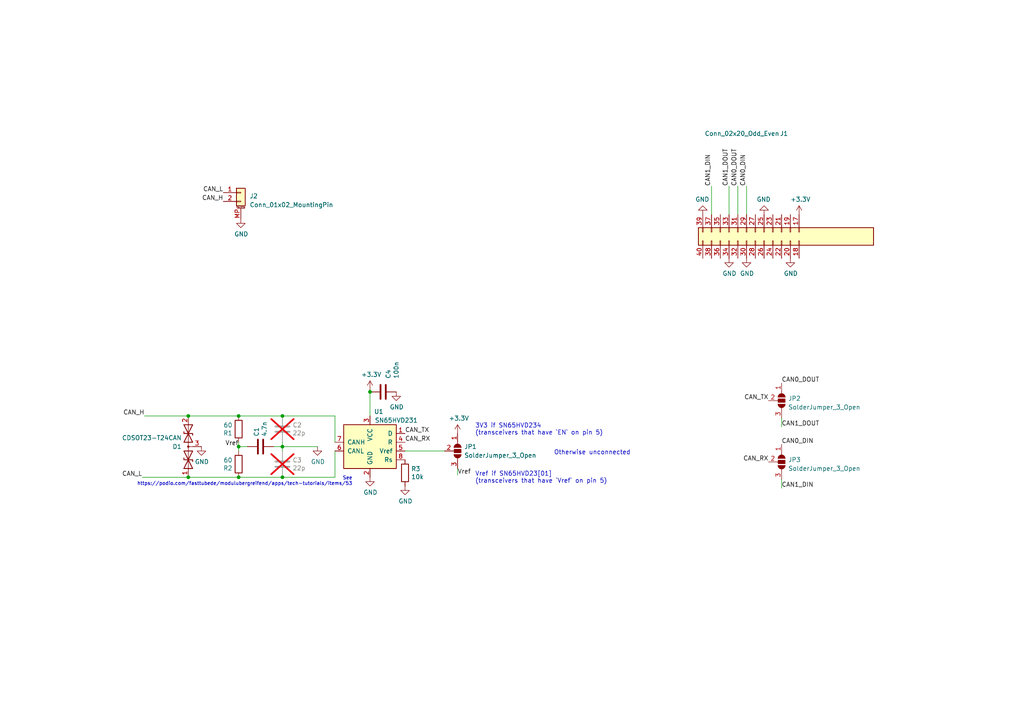
<source format=kicad_sch>
(kicad_sch (version 20230121) (generator eeschema)
  (paper "A4")
  (lib_symbols
    (symbol "Connector_Generic:Conn_02x20_Odd_Even" (pin_names (offset 1.016) hide)
      (property "Reference" "J1" (at -28.575 -0.635 90))
      (property "Value" "Conn_02x20_Odd_Even" (at -28.575 -3.175 90))
      (symbol "Conn_02x20_Odd_Even_1_1"
        (rectangle (start -1.27 -25.273) (end 0 -25.527) (stroke (width 0.1524)))
        (rectangle (start -1.27 -22.733) (end 0 -22.987) (stroke (width 0.1524)))
        (rectangle (start -1.27 -20.193) (end 0 -20.447) (stroke (width 0.1524)))
        (rectangle (start -1.27 -17.653) (end 0 -17.907) (stroke (width 0.1524)))
        (rectangle (start -1.27 -15.113) (end 0 -15.367) (stroke (width 0.1524)))
        (rectangle (start -1.27 -12.573) (end 0 -12.827) (stroke (width 0.1524)))
        (rectangle (start -1.27 -10.033) (end 0 -10.287) (stroke (width 0.1524)))
        (rectangle (start -1.27 -7.493) (end 0 -7.747) (stroke (width 0.1524)))
        (rectangle (start -1.27 -4.953) (end 0 -5.207) (stroke (width 0.1524)))
        (rectangle (start -1.27 -2.413) (end 0 -2.667) (stroke (width 0.1524)))
        (rectangle (start -1.27 0.127) (end 0 -0.127) (stroke (width 0.1524)))
        (rectangle (start -1.27 2.667) (end 0 2.413) (stroke (width 0.1524)))
        (rectangle (start -1.27 24.13) (end 3.81 -26.67) (stroke (width 0.254)) (fill (type background)))
        (rectangle (start 3.81 -25.273) (end 2.54 -25.527) (stroke (width 0.1524)))
        (rectangle (start 3.81 -22.733) (end 2.54 -22.987) (stroke (width 0.1524)))
        (rectangle (start 3.81 -20.193) (end 2.54 -20.447) (stroke (width 0.1524)))
        (rectangle (start 3.81 -17.653) (end 2.54 -17.907) (stroke (width 0.1524)))
        (rectangle (start 3.81 -15.113) (end 2.54 -15.367) (stroke (width 0.1524)))
        (rectangle (start 3.81 -12.573) (end 2.54 -12.827) (stroke (width 0.1524)))
        (rectangle (start 3.81 -10.033) (end 2.54 -10.287) (stroke (width 0.1524)))
        (rectangle (start 3.81 -7.493) (end 2.54 -7.747) (stroke (width 0.1524)))
        (rectangle (start 3.81 -4.953) (end 2.54 -5.207) (stroke (width 0.1524)))
        (rectangle (start 3.81 -2.413) (end 2.54 -2.667) (stroke (width 0.1524)))
        (rectangle (start 3.81 0.127) (end 2.54 -0.127) (stroke (width 0.1524)))
        (rectangle (start 3.81 2.667) (end 2.54 2.413) (stroke (width 0.1524)))
        (pin passive line (at -5.08 2.54 0) (length 3.81) (name "Pin_17") (number "17"))
        (pin passive line (at 7.62 2.54 180) (length 3.81) (name "Pin_18") (number "18"))
        (pin passive line (at -5.08 0 0) (length 3.81) (name "Pin_19") (number "19"))
        (pin passive line (at 7.62 0 180) (length 3.81) (name "Pin_20") (number "20"))
        (pin passive line (at -5.08 -2.54 0) (length 3.81) (name "Pin_21") (number "21"))
        (pin passive line (at 7.62 -2.54 180) (length 3.81) (name "Pin_22") (number "22"))
        (pin passive line (at -5.08 -5.08 0) (length 3.81) (name "Pin_23") (number "23"))
        (pin passive line (at 7.62 -5.08 180) (length 3.81) (name "Pin_24") (number "24"))
        (pin passive line (at -5.08 -7.62 0) (length 3.81) (name "Pin_25") (number "25"))
        (pin passive line (at 7.62 -7.62 180) (length 3.81) (name "Pin_26") (number "26"))
        (pin passive line (at -5.08 -10.16 0) (length 3.81) (name "Pin_27") (number "27"))
        (pin passive line (at 7.62 -10.16 180) (length 3.81) (name "Pin_28") (number "28"))
        (pin passive line (at -5.08 -12.7 0) (length 3.81) (name "Pin_29") (number "29"))
        (pin passive line (at 7.62 -12.7 180) (length 3.81) (name "Pin_30") (number "30"))
        (pin passive line (at -5.08 -15.24 0) (length 3.81) (name "Pin_31") (number "31"))
        (pin passive line (at 7.62 -15.24 180) (length 3.81) (name "Pin_32") (number "32"))
        (pin passive line (at -5.08 -17.78 0) (length 3.81) (name "Pin_33") (number "33"))
        (pin passive line (at 7.62 -17.78 180) (length 3.81) (name "Pin_34") (number "34"))
        (pin passive line (at -5.08 -20.32 0) (length 3.81) (name "Pin_35") (number "35"))
        (pin passive line (at 7.62 -20.32 180) (length 3.81) (name "Pin_36") (number "36"))
        (pin passive line (at -5.08 -22.86 0) (length 3.81) (name "Pin_37") (number "37"))
        (pin passive line (at 7.62 -22.86 180) (length 3.81) (name "Pin_38") (number "38"))
        (pin passive line (at -5.08 -25.4 0) (length 3.81) (name "Pin_39") (number "39"))
        (pin passive line (at 7.62 -25.4 180) (length 3.81) (name "Pin_40") (number "40"))
      )
    )
    (symbol "Connector_Generic_MountingPin:Conn_01x02_MountingPin" (pin_names (offset 1.016) hide)
      (property "Reference" "J" (at 0 2.54 0))
      (property "Value" "Conn_01x02_MountingPin" (at 1.27 -5.08 0))
      (symbol "Conn_01x02_MountingPin_1_1"
        (rectangle (start -1.27 -2.413) (end 0 -2.667) (stroke (width 0.1524)))
        (rectangle (start -1.27 0.127) (end 0 -0.127) (stroke (width 0.1524)))
        (rectangle (start -1.27 1.27) (end 1.27 -3.81) (stroke (width 0.254)) (fill (type background)))
        (polyline (pts (xy -1.016 -4.572) (xy 1.016 -4.572)) (stroke (width 0.1524)))
        (text "Mounting" (at 0 -4.191 0) (effects (font (size 0.381 0.381))))
        (pin passive line (at -5.08 0 0) (length 3.81) (name "Pin_1") (number "1"))
        (pin passive line (at -5.08 -2.54 0) (length 3.81) (name "Pin_2") (number "2"))
        (pin passive line (at 0 -7.62 90) (length 3.048) (name "MountPin") (number "MP"))
      )
    )
    (symbol "Device:C" (pin_numbers hide) (pin_names (offset 0.254))
      (property "Reference" "C" (at 0.635 2.54 0))
      (property "Value" "C" (at 0.635 -2.54 0))
      (symbol "C_0_1"
        (polyline (pts (xy -2.032 -0.762) (xy 2.032 -0.762)) (stroke (width 0.508)))
        (polyline (pts (xy -2.032 0.762) (xy 2.032 0.762)) (stroke (width 0.508)))
      )
      (symbol "C_1_1"
        (pin passive line (at 0 3.81 270) (length 2.794) (name "~") (number "1"))
        (pin passive line (at 0 -3.81 90) (length 2.794) (name "~") (number "2"))
      )
    )
    (symbol "Device:D_TVS_Dual_AAC" (pin_names (offset 1.016) hide)
      (property "Reference" "D" (at 0 4.445 0))
      (property "Value" "D_TVS_Dual_AAC" (at 0 2.54 0))
      (symbol "D_TVS_Dual_AAC_0_0"
        (polyline (pts (xy 0 -1.27) (xy 0 0)))
      )
      (symbol "D_TVS_Dual_AAC_0_1"
        (polyline (pts (xy -6.35 0) (xy 6.35 0)))
        (polyline (pts (xy -3.302 1.27) (xy -3.81 1.27) (xy -3.81 -1.27) (xy -4.318 -1.27)) (stroke (width 0.254)))
        (polyline (pts (xy 4.318 1.27) (xy 3.81 1.27) (xy 3.81 -1.27) (xy 3.302 -1.27)) (stroke (width 0.254)))
        (polyline (pts (xy -6.35 1.27) (xy -1.27 -1.27) (xy -1.27 1.27) (xy -6.35 -1.27) (xy -6.35 1.27)) (stroke (width 0.254)))
        (polyline (pts (xy 6.35 1.27) (xy 1.27 -1.27) (xy 1.27 1.27) (xy 6.35 -1.27) (xy 6.35 1.27)) (stroke (width 0.254)))
        (circle (center 0 0) (radius 0.254) (fill (type outline)))
      )
      (symbol "D_TVS_Dual_AAC_1_1"
        (pin passive line (at -8.89 0 0) (length 2.54) (name "A1") (number "1"))
        (pin passive line (at 8.89 0 180) (length 2.54) (name "A2") (number "2"))
        (pin input line (at 0 -3.81 90) (length 2.54) (name "common") (number "3"))
      )
    )
    (symbol "Device:R" (pin_numbers hide) (pin_names (offset 0))
      (property "Reference" "R" (at 2.032 0 90))
      (property "Value" "R" (at 0 0 90))
      (symbol "R_0_1"
        (rectangle (start -1.016 -2.54) (end 1.016 2.54) (stroke (width 0.254)))
      )
      (symbol "R_1_1"
        (pin passive line (at 0 3.81 270) (length 1.27) (name "~") (number "1"))
        (pin passive line (at 0 -3.81 90) (length 1.27) (name "~") (number "2"))
      )
    )
    (symbol "Interface_CAN_LIN:SN65HVD231" (pin_names (offset 1.016))
      (property "Reference" "U" (at -2.54 10.16 0))
      (property "Value" "SN65HVD231" (at -2.54 7.62 0))
      (symbol "SN65HVD231_0_1"
        (rectangle (start -7.62 5.08) (end 7.62 -7.62) (stroke (width 0.254)) (fill (type background)))
      )
      (symbol "SN65HVD231_1_1"
        (pin input line (at -10.16 2.54 0) (length 2.54) (name "D") (number "1"))
        (pin power_in line (at 0 -10.16 90) (length 2.54) (name "GND") (number "2"))
        (pin power_in line (at 0 7.62 270) (length 2.54) (name "VCC") (number "3"))
        (pin output line (at -10.16 0 0) (length 2.54) (name "R") (number "4"))
        (pin output line (at -10.16 -2.54 0) (length 2.54) (name "Vref") (number "5"))
        (pin bidirectional line (at 10.16 -2.54 180) (length 2.54) (name "CANL") (number "6"))
        (pin bidirectional line (at 10.16 0 180) (length 2.54) (name "CANH") (number "7"))
        (pin input line (at -10.16 -5.08 0) (length 2.54) (name "Rs") (number "8"))
      )
    )
    (symbol "Jumper:SolderJumper_3_Open" (pin_names (offset 0) hide)
      (property "Reference" "JP" (at -2.54 -2.54 0))
      (property "Value" "SolderJumper_3_Open" (at 0 2.794 0))
      (symbol "SolderJumper_3_Open_0_1"
        (arc (start -1.016 1.016) (mid -2.0276 0) (end -1.016 -1.016))
        (arc (start -1.016 1.016) (mid -2.0276 0) (end -1.016 -1.016) (fill (type outline)))
        (rectangle (start -0.508 1.016) (end 0.508 -1.016) (fill (type outline)))
        (polyline (pts (xy -2.54 0) (xy -2.032 0)))
        (polyline (pts (xy -1.016 1.016) (xy -1.016 -1.016)))
        (polyline (pts (xy 0 -1.27) (xy 0 -1.016)))
        (polyline (pts (xy 1.016 1.016) (xy 1.016 -1.016)))
        (polyline (pts (xy 2.54 0) (xy 2.032 0)))
        (arc (start 1.016 -1.016) (mid 2.0276 0) (end 1.016 1.016))
        (arc (start 1.016 -1.016) (mid 2.0276 0) (end 1.016 1.016) (fill (type outline)))
      )
      (symbol "SolderJumper_3_Open_1_1"
        (pin passive line (at -5.08 0 0) (length 2.54) (name "A") (number "1"))
        (pin passive line (at 0 -3.81 90) (length 2.54) (name "C") (number "2"))
        (pin passive line (at 5.08 0 180) (length 2.54) (name "B") (number "3"))
      )
    )
    (symbol "power:+3.3V" (power) (pin_names (offset 0))
      (property "Value" "+3.3V" (at 0 3.556 0))
      (symbol "+3.3V_0_1"
        (polyline (pts (xy -0.762 1.27) (xy 0 2.54)))
        (polyline (pts (xy 0 0) (xy 0 2.54)))
        (polyline (pts (xy 0 2.54) (xy 0.762 1.27)))
      )
      (symbol "+3.3V_1_1"
        (pin power_in line (at 0 0 90) (length 0) hide (name "+3.3V") (number "1"))
      )
    )
    (symbol "power:GND" (power) (pin_names (offset 0))
      (property "Value" "GND" (at 0 -3.81 0))
      (symbol "GND_0_1"
        (polyline (pts (xy 0 0) (xy 0 -1.27) (xy 1.27 -1.27) (xy 0 -2.54) (xy -1.27 -1.27) (xy 0 -1.27)))
      )
      (symbol "GND_1_1"
        (pin power_in line (at 0 0 270) (length 0) hide (name "GND") (number "1"))
      )
    )
  )
  (junction (at 69.215 129.54))
  (junction (at 54.61 138.43))
  (junction (at 81.915 138.43))
  (junction (at 81.915 120.65))
  (junction (at 69.215 138.43))
  (junction (at 81.915 129.54))
  (junction (at 69.215 120.65))
  (junction (at 107.315 113.665))
  (junction (at 54.61 120.65))
  (wire (pts (xy 97.155 120.65) (xy 81.915 120.65)))
  (wire (pts (xy 213.995 53.975) (xy 213.995 62.23)))
  (wire (pts (xy 69.215 128.27) (xy 69.215 129.54)))
  (wire (pts (xy 81.915 128.27) (xy 81.915 129.54)))
  (wire (pts (xy 226.695 139.065) (xy 226.695 141.605)))
  (wire (pts (xy 97.155 120.65) (xy 97.155 128.27)))
  (wire (pts (xy 97.155 130.81) (xy 97.155 138.43)))
  (wire (pts (xy 41.91 120.65) (xy 54.61 120.65)))
  (wire (pts (xy 54.61 138.43) (xy 69.215 138.43)))
  (wire (pts (xy 107.315 113.03) (xy 107.315 113.665)))
  (wire (pts (xy 54.61 120.65) (xy 69.215 120.65)))
  (wire (pts (xy 81.915 129.54) (xy 92.075 129.54)))
  (wire (pts (xy 117.475 130.81) (xy 128.905 130.81)))
  (wire (pts (xy 211.455 53.975) (xy 211.455 62.23)))
  (wire (pts (xy 41.275 138.43) (xy 54.61 138.43)))
  (wire (pts (xy 69.215 138.43) (xy 81.915 138.43)))
  (wire (pts (xy 69.215 120.65) (xy 81.915 120.65)))
  (wire (pts (xy 79.375 129.54) (xy 81.915 129.54)))
  (wire (pts (xy 206.375 53.975) (xy 206.375 62.23)))
  (wire (pts (xy 216.535 53.975) (xy 216.535 62.23)))
  (wire (pts (xy 69.215 129.54) (xy 71.755 129.54)))
  (wire (pts (xy 132.715 135.89) (xy 132.715 137.795)))
  (wire (pts (xy 69.215 130.81) (xy 69.215 129.54)))
  (wire (pts (xy 81.915 130.81) (xy 81.915 129.54)))
  (wire (pts (xy 226.695 121.285) (xy 226.695 123.825)))
  (wire (pts (xy 107.315 113.665) (xy 107.315 120.65)))
  (wire (pts (xy 97.155 138.43) (xy 81.915 138.43)))
  (text "3V3 if SN65HVD234\n(transceivers that have `EN` on pin 5)" (at 137.795 126.365 0) (effects (font (size 1.27 1.27)) (justify left bottom)))
  (text "See\nhttps://podio.com/fasttubede/modulubergreifend/apps/tech-tutorials/items/53" (at 102.235 140.97 0) (effects (font (size 1 1)) (justify right bottom)))
  (text "Otherwise unconnected" (at 160.655 132.08 0) (effects (font (size 1.27 1.27)) (justify left bottom)))
  (text "Vref if SN65HVD23[01]\n(transceivers that have `Vref` on pin 5)" (at 137.795 140.335 0) (effects (font (size 1.27 1.27)) (justify left bottom)))
  (label "CAN0_DOUT" (at 226.695 111.125 0))
  (label "CAN0_DIN" (at 216.535 53.975 90))
  (label "Vref" (at 132.715 137.795 0))
  (label "CAN_L" (at 41.275 138.43 180))
  (label "CAN0_DIN" (at 226.695 128.905 0))
  (label "CAN_RX" (at 117.475 128.27 0))
  (label "CAN_TX" (at 222.885 116.205 180))
  (label "CAN_L" (at 64.77 55.88 180))
  (label "CAN1_DIN" (at 226.695 141.605 0))
  (label "CAN0_DOUT" (at 213.995 53.975 90))
  (label "CAN1_DIN" (at 206.375 53.975 90))
  (label "CAN_RX" (at 222.885 133.985 180))
  (label "CAN1_DOUT" (at 226.695 123.825 0))
  (label "CAN1_DOUT" (at 211.455 53.975 90))
  (label "CAN_TX" (at 117.475 125.73 0))
  (label "CAN_H" (at 64.77 58.42 180))
  (label "CAN_H" (at 41.91 120.65 180))
  (label "Vref" (at 69.215 129.54 180))
  (symbol (lib_id "Device:C") (at 81.915 124.46 0) (unit 1) (dnp yes)
    (property "Reference" "C2" (at 84.836 123.2916 0) (effects (justify left)))
    (property "Value" "22p" (at 84.836 125.603 0) (effects (justify left)))
    (property "Footprint" "Capacitor_SMD:C_0603_1608Metric_Pad1.08x0.95mm_HandSolder" (effects hide))
  )
  (symbol (lib_id "power:GND") (at 229.235 74.93 0) (unit 1)
    (property "Reference" "#PWR012" (effects hide))
    (property "Value" "GND" (at 229.362 79.3242 0))
  )
  (symbol (lib_id "Jumper:SolderJumper_3_Open") (at 226.695 116.205 270) (unit 1)
    (property "Reference" "JP2" (at 228.6 115.57 90) (effects (justify left)))
    (property "Value" "SolderJumper_3_Open" (at 228.6 118.11 90) (effects (justify left)))
    (property "Footprint" "Jumper:SolderJumper-3_P1.3mm_Open_RoundedPad1.0x1.5mm" (effects hide))
  )
  (symbol (lib_id "power:GND") (at 117.475 140.97 0) (unit 1)
    (property "Reference" "#PWR06" (effects hide))
    (property "Value" "GND" (at 117.602 145.3642 0))
  )
  (symbol (lib_id "power:GND") (at 216.535 74.93 0) (unit 1)
    (property "Reference" "#PWR013" (effects hide))
    (property "Value" "GND" (at 216.662 79.3242 0))
  )
  (symbol (lib_id "power:GND") (at 221.615 62.23 180) (unit 1)
    (property "Reference" "#PWR011" (effects hide))
    (property "Value" "GND" (at 221.488 57.8358 0))
  )
  (symbol (lib_id "Device:R") (at 69.215 134.62 180) (unit 1)
    (property "Reference" "R2" (at 67.437 135.7884 0) (effects (justify left)))
    (property "Value" "60" (at 67.437 133.477 0) (effects (justify left)))
    (property "Footprint" "Resistor_SMD:R_0603_1608Metric_Pad0.98x0.95mm_HandSolder" (effects hide))
  )
  (symbol (lib_id "Jumper:SolderJumper_3_Open") (at 132.715 130.81 270) (unit 1)
    (property "Reference" "JP1" (at 134.62 129.5399 90) (effects (justify left)))
    (property "Value" "SolderJumper_3_Open" (at 134.62 132.0799 90) (effects (justify left)))
    (property "Footprint" "Jumper:SolderJumper-3_P1.3mm_Open_RoundedPad1.0x1.5mm" (effects hide))
  )
  (symbol (lib_id "power:+3.3V") (at 107.315 113.03 0) (unit 1)
    (property "Reference" "#PWR03" (effects hide))
    (property "Value" "+3.3V" (at 107.696 108.6358 0))
  )
  (symbol (lib_id "power:+3.3V") (at 132.715 125.73 0) (unit 1)
    (property "Reference" "#PWR07" (effects hide))
    (property "Value" "+3.3V" (at 133.096 121.3358 0))
  )
  (symbol (lib_id "Device:R") (at 69.215 124.46 180) (unit 1)
    (property "Reference" "R1" (at 67.437 125.6284 0) (effects (justify left)))
    (property "Value" "60" (at 67.437 123.317 0) (effects (justify left)))
    (property "Footprint" "Resistor_SMD:R_0603_1608Metric_Pad0.98x0.95mm_HandSolder" (effects hide))
  )
  (symbol (lib_id "Device:R") (at 117.475 137.16 0) (unit 1)
    (property "Reference" "R3" (at 119.253 135.9916 0) (effects (justify left)))
    (property "Value" "10k" (at 119.253 138.303 0) (effects (justify left)))
    (property "Footprint" "Resistor_SMD:R_0603_1608Metric_Pad0.98x0.95mm_HandSolder" (effects hide))
  )
  (symbol (lib_id "power:GND") (at 69.85 63.5 0) (unit 1)
    (property "Reference" "#PWR018" (effects hide))
    (property "Value" "GND" (at 69.977 67.8942 0))
  )
  (symbol (lib_id "Connector_Generic:Conn_02x20_Odd_Even") (at 229.235 67.31 270) (unit 1)
    (property "Reference" "J1" (at 228.6 38.735 90) (effects (justify right)))
    (property "Value" "Conn_02x20_Odd_Even" (at 226.06 38.735 90) (effects (justify right)))
    (property "Footprint" "Connector_PinSocket_2.54mm:PinSocket_2x20_P2.54mm_Vertical" (effects hide))
  )
  (symbol (lib_id "power:GND") (at 114.935 113.665 0) (unit 1)
    (property "Reference" "#PWR05" (effects hide))
    (property "Value" "GND" (at 115.062 118.0592 0))
  )
  (symbol (lib_id "Interface_CAN_LIN:SN65HVD231") (at 107.315 128.27 0) (mirror y) (unit 1)
    (property "Reference" "U1" (at 109.855 119.38 0))
    (property "Value" "SN65HVD231" (at 114.935 121.92 0))
    (property "Footprint" "Package_SO:SOIC-8_3.9x4.9mm_P1.27mm" (effects hide))
    (property "Datasheet" "http://www.ti.com/lit/ds/symlink/sn65hvd230.pdf" (effects hide))
  )
  (symbol (lib_id "power:GND") (at 211.455 74.93 0) (unit 1)
    (property "Reference" "#PWR014" (effects hide))
    (property "Value" "GND" (at 211.582 79.3242 0))
  )
  (symbol (lib_id "Device:C") (at 81.915 134.62 0) (unit 1) (dnp yes)
    (property "Reference" "C3" (at 84.836 133.4516 0) (effects (justify left)))
    (property "Value" "22p" (at 84.836 135.763 0) (effects (justify left)))
    (property "Footprint" "Capacitor_SMD:C_0603_1608Metric_Pad1.08x0.95mm_HandSolder" (effects hide))
  )
  (symbol (lib_id "power:GND") (at 58.42 129.54 0) (unit 1)
    (property "Reference" "#PWR01" (effects hide))
    (property "Value" "GND" (at 58.547 133.9342 0))
  )
  (symbol (lib_id "Connector_Generic_MountingPin:Conn_01x02_MountingPin") (at 69.85 55.88 0) (unit 1)
    (property "Reference" "J2" (at 72.39 56.8706 0) (effects (justify left)))
    (property "Value" "Conn_01x02_MountingPin" (at 72.39 59.4106 0) (effects (justify left)))
    (property "Footprint" "Connector_JST:JST_SH_SM02B-SRSS-TB_1x02-1MP_P1.00mm_Horizontal" (effects hide))
  )
  (symbol (lib_id "power:GND") (at 107.315 138.43 0) (unit 1)
    (property "Reference" "#PWR04" (effects hide))
    (property "Value" "GND" (at 107.442 142.8242 0))
  )
  (symbol (lib_id "power:+3.3V") (at 231.775 62.23 0) (unit 1)
    (property "Reference" "#PWR08" (effects hide))
    (property "Value" "+3.3V" (at 232.156 57.8358 0))
  )
  (symbol (lib_id "power:GND") (at 203.835 62.23 180) (unit 1)
    (property "Reference" "#PWR010" (effects hide))
    (property "Value" "GND" (at 203.708 57.8358 0))
  )
  (symbol (lib_id "power:GND") (at 92.075 129.54 0) (unit 1)
    (property "Reference" "#PWR02" (effects hide))
    (property "Value" "GND" (at 92.202 133.9342 0))
  )
  (symbol (lib_id "Jumper:SolderJumper_3_Open") (at 226.695 133.985 270) (unit 1)
    (property "Reference" "JP3" (at 228.6 133.35 90) (effects (justify left)))
    (property "Value" "SolderJumper_3_Open" (at 228.6 135.89 90) (effects (justify left)))
    (property "Footprint" "Jumper:SolderJumper-3_P1.3mm_Open_RoundedPad1.0x1.5mm" (effects hide))
  )
  (symbol (lib_id "Device:C") (at 111.125 113.665 90) (unit 1)
    (property "Reference" "C4" (at 112.6236 109.855 0) (effects (justify left)))
    (property "Value" "100n" (at 114.935 109.855 0) (effects (justify left)))
    (property "Footprint" "Capacitor_SMD:C_0603_1608Metric_Pad1.08x0.95mm_HandSolder" (effects hide))
  )
  (symbol (lib_id "Device:D_TVS_Dual_AAC") (at 54.61 129.54 90) (unit 1)
    (property "Reference" "D1" (at 52.705 129.54 90) (effects (justify left)))
    (property "Value" "CDSOT23-T24CAN" (at 52.705 127 90) (effects (justify left)))
    (property "Footprint" "Package_TO_SOT_SMD:SOT-23" (effects hide))
  )
  (symbol (lib_id "Device:C") (at 75.565 129.54 90) (unit 1)
    (property "Reference" "C1" (at 74.3966 126.619 0) (effects (justify left)))
    (property "Value" "4.7n" (at 76.708 126.619 0) (effects (justify left)))
    (property "Footprint" "Capacitor_SMD:C_0603_1608Metric_Pad1.08x0.95mm_HandSolder" (effects hide))
  )
)
</source>
